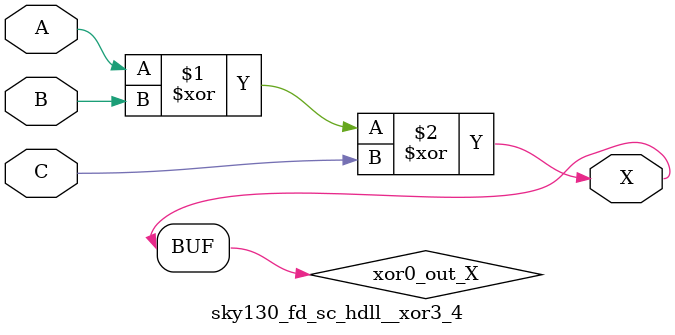
<source format=v>
/*
 * Copyright 2020 The SkyWater PDK Authors
 *
 * Licensed under the Apache License, Version 2.0 (the "License");
 * you may not use this file except in compliance with the License.
 * You may obtain a copy of the License at
 *
 *     https://www.apache.org/licenses/LICENSE-2.0
 *
 * Unless required by applicable law or agreed to in writing, software
 * distributed under the License is distributed on an "AS IS" BASIS,
 * WITHOUT WARRANTIES OR CONDITIONS OF ANY KIND, either express or implied.
 * See the License for the specific language governing permissions and
 * limitations under the License.
 *
 * SPDX-License-Identifier: Apache-2.0
*/


`ifndef SKY130_FD_SC_HDLL__XOR3_4_FUNCTIONAL_V
`define SKY130_FD_SC_HDLL__XOR3_4_FUNCTIONAL_V

/**
 * xor3: 3-input exclusive OR.
 *
 *       X = A ^ B ^ C
 *
 * Verilog simulation functional model.
 */

`timescale 1ns / 1ps
`default_nettype none

`celldefine
module sky130_fd_sc_hdll__xor3_4 (
    X,
    A,
    B,
    C
);

    // Module ports
    output X;
    input  A;
    input  B;
    input  C;

    // Local signals
    wire xor0_out_X;

    //  Name  Output      Other arguments
    xor xor0 (xor0_out_X, A, B, C        );
    buf buf0 (X         , xor0_out_X     );

endmodule
`endcelldefine

`default_nettype wire
`endif  // SKY130_FD_SC_HDLL__XOR3_4_FUNCTIONAL_V

</source>
